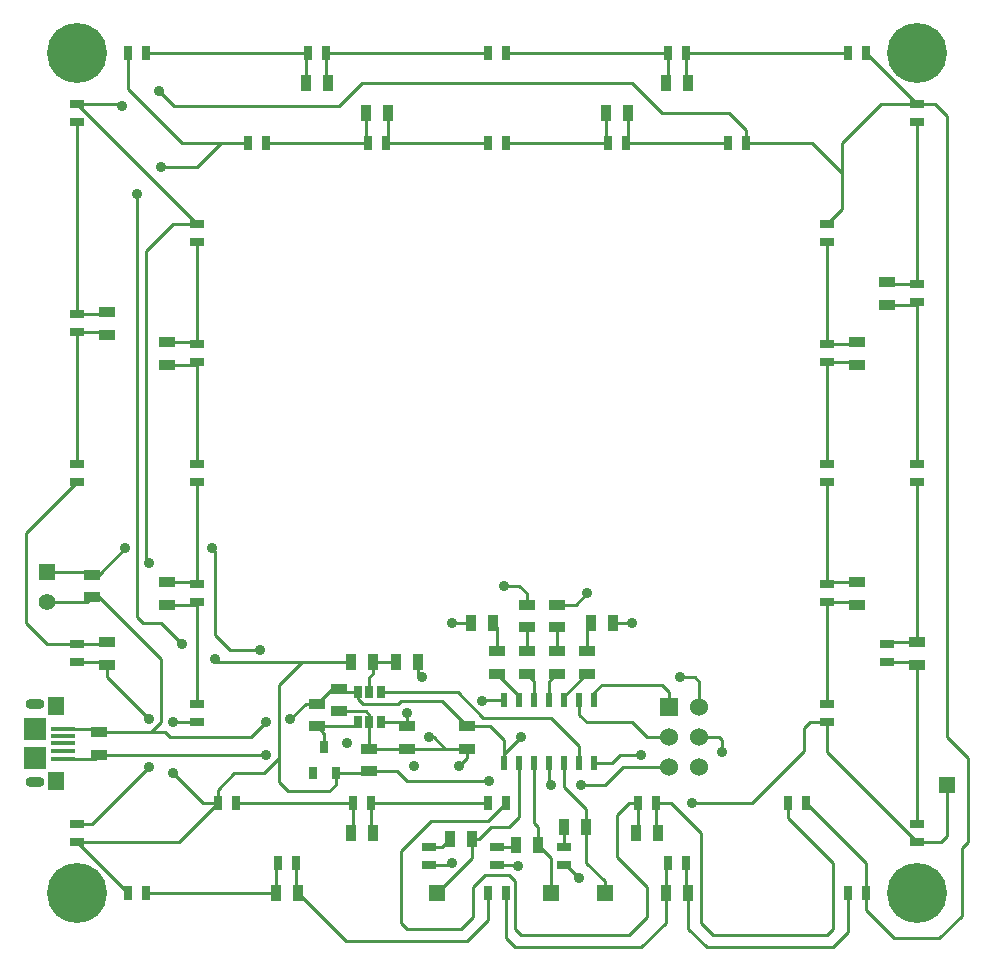
<source format=gtl>
G04 (created by PCBNEW (2013-07-07 BZR 4022)-stable) date 10/4/2015 12:30:07 PM*
%MOIN*%
G04 Gerber Fmt 3.4, Leading zero omitted, Abs format*
%FSLAX34Y34*%
G01*
G70*
G90*
G04 APERTURE LIST*
%ADD10C,0.00590551*%
%ADD11R,0.0787402X0.015748*%
%ADD12R,0.0551181X0.0629921*%
%ADD13R,0.0748031X0.0748031*%
%ADD14O,0.0629921X0.0354331*%
%ADD15R,0.0276X0.0394*%
%ADD16R,0.0315X0.0394*%
%ADD17R,0.055X0.035*%
%ADD18R,0.035X0.055*%
%ADD19R,0.045X0.025*%
%ADD20R,0.025X0.045*%
%ADD21R,0.06X0.06*%
%ADD22C,0.06*%
%ADD23R,0.055X0.055*%
%ADD24C,0.055*%
%ADD25R,0.02X0.045*%
%ADD26C,0.2*%
%ADD27C,0.035*%
%ADD28C,0.01*%
G04 APERTURE END LIST*
G54D10*
G54D11*
X63525Y-79000D03*
X63525Y-79255D03*
X63525Y-79511D03*
X63525Y-78744D03*
X63525Y-78507D03*
G54D12*
X63308Y-80259D03*
X63288Y-77740D03*
G54D13*
X62600Y-79472D03*
X62600Y-78527D03*
G54D14*
X62600Y-80299D03*
X62600Y-77700D03*
G54D15*
X73375Y-77300D03*
X73750Y-77300D03*
X74125Y-77300D03*
X74125Y-78300D03*
X73750Y-78300D03*
X73375Y-78300D03*
G54D16*
X72250Y-79117D03*
X72625Y-79983D03*
X71875Y-79983D03*
G54D17*
X73750Y-79925D03*
X73750Y-79175D03*
G54D18*
X83625Y-84000D03*
X84375Y-84000D03*
X70625Y-84000D03*
X71375Y-84000D03*
G54D17*
X67000Y-74375D03*
X67000Y-73625D03*
X67000Y-66375D03*
X67000Y-65625D03*
X72000Y-77675D03*
X72000Y-78425D03*
X72750Y-77175D03*
X72750Y-77925D03*
X91000Y-64375D03*
X91000Y-63625D03*
X92000Y-76375D03*
X92000Y-75625D03*
X75000Y-78425D03*
X75000Y-79175D03*
G54D18*
X73125Y-76300D03*
X73875Y-76300D03*
X74625Y-76300D03*
X75375Y-76300D03*
G54D17*
X90000Y-66375D03*
X90000Y-65625D03*
X90000Y-74375D03*
X90000Y-73625D03*
X78000Y-76675D03*
X78000Y-75925D03*
X64500Y-74125D03*
X64500Y-73375D03*
G54D19*
X68000Y-66300D03*
X68000Y-65700D03*
X89000Y-70300D03*
X89000Y-69700D03*
X68000Y-62300D03*
X68000Y-61700D03*
X89000Y-74300D03*
X89000Y-73700D03*
X89000Y-78300D03*
X89000Y-77700D03*
X68000Y-70300D03*
X68000Y-69700D03*
X68000Y-74300D03*
X68000Y-73700D03*
X68000Y-78300D03*
X68000Y-77700D03*
G54D20*
X89700Y-84000D03*
X90300Y-84000D03*
X83700Y-83000D03*
X84300Y-83000D03*
X77700Y-84000D03*
X78300Y-84000D03*
X70700Y-83000D03*
X71300Y-83000D03*
X65700Y-84000D03*
X66300Y-84000D03*
G54D19*
X92000Y-58300D03*
X92000Y-57700D03*
X92000Y-64300D03*
X92000Y-63700D03*
X92000Y-70300D03*
X92000Y-69700D03*
X91000Y-76300D03*
X91000Y-75700D03*
X92000Y-82300D03*
X92000Y-81700D03*
X89000Y-62300D03*
X89000Y-61700D03*
X89000Y-66300D03*
X89000Y-65700D03*
G54D21*
X83750Y-77800D03*
G54D22*
X84750Y-77800D03*
X83750Y-78800D03*
X84750Y-78800D03*
X83750Y-79800D03*
X84750Y-79800D03*
G54D18*
X80975Y-81800D03*
X80225Y-81800D03*
X79375Y-82400D03*
X78625Y-82400D03*
X77175Y-82200D03*
X76425Y-82200D03*
G54D19*
X80250Y-82450D03*
X80250Y-83050D03*
X78000Y-82450D03*
X78000Y-83050D03*
X75750Y-82450D03*
X75750Y-83050D03*
G54D18*
X81625Y-58000D03*
X82375Y-58000D03*
X73625Y-58000D03*
X74375Y-58000D03*
X71625Y-57000D03*
X72375Y-57000D03*
X83625Y-57000D03*
X84375Y-57000D03*
X82625Y-82000D03*
X83375Y-82000D03*
X73125Y-82000D03*
X73875Y-82000D03*
G54D17*
X65000Y-76375D03*
X65000Y-75625D03*
X65000Y-65375D03*
X65000Y-64625D03*
G54D20*
X68700Y-81000D03*
X69300Y-81000D03*
X85700Y-59000D03*
X86300Y-59000D03*
X81700Y-59000D03*
X82300Y-59000D03*
X77700Y-59000D03*
X78300Y-59000D03*
X73700Y-59000D03*
X74300Y-59000D03*
X69700Y-59000D03*
X70300Y-59000D03*
X87700Y-81000D03*
X88300Y-81000D03*
X82700Y-81000D03*
X83300Y-81000D03*
X77700Y-81000D03*
X78300Y-81000D03*
X73200Y-81000D03*
X73800Y-81000D03*
X65700Y-56000D03*
X66300Y-56000D03*
G54D19*
X64000Y-58300D03*
X64000Y-57700D03*
X64000Y-65300D03*
X64000Y-64700D03*
X64000Y-70300D03*
X64000Y-69700D03*
X64000Y-76300D03*
X64000Y-75700D03*
X64000Y-82300D03*
X64000Y-81700D03*
G54D20*
X89700Y-56000D03*
X90300Y-56000D03*
X83700Y-56000D03*
X84300Y-56000D03*
X77700Y-56000D03*
X78300Y-56000D03*
X71700Y-56000D03*
X72300Y-56000D03*
G54D17*
X79000Y-76675D03*
X79000Y-75925D03*
X80000Y-76675D03*
X80000Y-75925D03*
X81000Y-76675D03*
X81000Y-75925D03*
G54D18*
X77875Y-75000D03*
X77125Y-75000D03*
G54D17*
X79000Y-75125D03*
X79000Y-74375D03*
X80000Y-75125D03*
X80000Y-74375D03*
G54D18*
X81125Y-75000D03*
X81875Y-75000D03*
G54D17*
X77000Y-78425D03*
X77000Y-79175D03*
G54D23*
X63000Y-73300D03*
G54D24*
X63000Y-74300D03*
G54D23*
X76000Y-84000D03*
X79800Y-84000D03*
X81600Y-84000D03*
X93000Y-80400D03*
G54D25*
X78250Y-79650D03*
X78750Y-79650D03*
X79250Y-79650D03*
X79750Y-79650D03*
X80250Y-79650D03*
X80750Y-79650D03*
X81250Y-79650D03*
X81250Y-77550D03*
X80750Y-77550D03*
X80250Y-77550D03*
X79750Y-77550D03*
X79250Y-77550D03*
X78750Y-77550D03*
X78250Y-77550D03*
G54D17*
X64750Y-78625D03*
X64750Y-79375D03*
G54D26*
X64000Y-56000D03*
X92000Y-56000D03*
X92000Y-84000D03*
X64000Y-84000D03*
G54D27*
X73000Y-79000D03*
X75250Y-79750D03*
X84500Y-81000D03*
X77750Y-80250D03*
X68600Y-76200D03*
X67500Y-75700D03*
X66000Y-60700D03*
X66800Y-59800D03*
X67200Y-80000D03*
X67200Y-78300D03*
X66750Y-57250D03*
X65500Y-57750D03*
X75000Y-78000D03*
X66400Y-73000D03*
X82800Y-79400D03*
X85500Y-79300D03*
X79800Y-80400D03*
X80800Y-80400D03*
X76500Y-75000D03*
X78250Y-73750D03*
X81000Y-74000D03*
X82500Y-75000D03*
X78700Y-83100D03*
X70100Y-75900D03*
X68500Y-72500D03*
X65600Y-72500D03*
X70300Y-79400D03*
X80750Y-83500D03*
X76500Y-83000D03*
X76750Y-79750D03*
X77500Y-77600D03*
X75500Y-76800D03*
X75750Y-78800D03*
X66400Y-79800D03*
X66400Y-78200D03*
X78800Y-78800D03*
X84100Y-76800D03*
X70300Y-78300D03*
X71100Y-78200D03*
G54D28*
X89000Y-78300D02*
X88450Y-78300D01*
X88250Y-78500D02*
X88450Y-78300D01*
X88250Y-79250D02*
X88250Y-78500D01*
X86500Y-81000D02*
X88250Y-79250D01*
X84500Y-81000D02*
X86500Y-81000D01*
X75000Y-80250D02*
X77750Y-80250D01*
X74675Y-79925D02*
X75000Y-80250D01*
X74675Y-79925D02*
X73750Y-79925D01*
X93000Y-80400D02*
X93000Y-82100D01*
X93000Y-82100D02*
X92800Y-82300D01*
X92800Y-82300D02*
X92000Y-82300D01*
X71500Y-76300D02*
X68700Y-76300D01*
X68700Y-76300D02*
X68600Y-76200D01*
X67500Y-75700D02*
X66800Y-75000D01*
X66800Y-75000D02*
X66200Y-75000D01*
X66200Y-75000D02*
X66000Y-74800D01*
X66000Y-74800D02*
X66000Y-60700D01*
X66800Y-59800D02*
X68000Y-59800D01*
X68000Y-59800D02*
X68800Y-59000D01*
X68800Y-59000D02*
X68700Y-59000D01*
X68700Y-81000D02*
X68200Y-81000D01*
X68200Y-81000D02*
X67200Y-80000D01*
X67200Y-78300D02*
X68000Y-78300D01*
X68700Y-81000D02*
X68700Y-80550D01*
X68700Y-80550D02*
X69250Y-80000D01*
X69250Y-80000D02*
X70250Y-80000D01*
X70250Y-80000D02*
X70750Y-79500D01*
X70750Y-77300D02*
X70750Y-77050D01*
X71500Y-76300D02*
X73125Y-76300D01*
X70750Y-77050D02*
X71500Y-76300D01*
X72625Y-79983D02*
X72625Y-80375D01*
X71050Y-80600D02*
X70750Y-80300D01*
X72400Y-80600D02*
X71050Y-80600D01*
X72625Y-80375D02*
X72400Y-80600D01*
X70750Y-80300D02*
X70750Y-79500D01*
X70750Y-79500D02*
X70750Y-77300D01*
X72625Y-79983D02*
X73692Y-79983D01*
X73692Y-79983D02*
X73750Y-79925D01*
X89000Y-78300D02*
X89000Y-79300D01*
X89000Y-79300D02*
X92000Y-82300D01*
X65700Y-56000D02*
X65700Y-57200D01*
X67500Y-59000D02*
X68700Y-59000D01*
X68700Y-59000D02*
X69700Y-59000D01*
X65700Y-57200D02*
X67500Y-59000D01*
X64000Y-82300D02*
X67400Y-82300D01*
X67400Y-82300D02*
X68700Y-81000D01*
X65700Y-84000D02*
X64000Y-82300D01*
X90300Y-84000D02*
X90300Y-84550D01*
X93500Y-84750D02*
X93500Y-82500D01*
X92750Y-85500D02*
X93500Y-84750D01*
X91250Y-85500D02*
X92750Y-85500D01*
X90300Y-84550D02*
X91250Y-85500D01*
X90300Y-56000D02*
X92000Y-57700D01*
X86300Y-59000D02*
X88500Y-59000D01*
X88500Y-59000D02*
X89500Y-60000D01*
X64000Y-57700D02*
X65450Y-57700D01*
X86300Y-58550D02*
X86300Y-59000D01*
X85750Y-58000D02*
X86300Y-58550D01*
X83500Y-58000D02*
X85750Y-58000D01*
X82500Y-57000D02*
X83500Y-58000D01*
X73500Y-57000D02*
X82500Y-57000D01*
X72750Y-57750D02*
X73500Y-57000D01*
X67250Y-57750D02*
X72750Y-57750D01*
X66750Y-57250D02*
X67250Y-57750D01*
X65450Y-57700D02*
X65500Y-57750D01*
X92000Y-57700D02*
X92600Y-57700D01*
X92600Y-57700D02*
X93000Y-58100D01*
X93000Y-58100D02*
X93000Y-78800D01*
X93000Y-78800D02*
X93700Y-79500D01*
X93700Y-79500D02*
X93700Y-82300D01*
X93700Y-82300D02*
X93500Y-82500D01*
X75000Y-78425D02*
X75000Y-78000D01*
X66400Y-73000D02*
X66300Y-72900D01*
X66300Y-72900D02*
X66300Y-62600D01*
X66300Y-62600D02*
X67200Y-61700D01*
X67200Y-61700D02*
X68000Y-61700D01*
X92000Y-57700D02*
X90800Y-57700D01*
X90800Y-57700D02*
X89500Y-59000D01*
X89500Y-59000D02*
X89500Y-60000D01*
X89500Y-61200D02*
X89000Y-61700D01*
X89500Y-60000D02*
X89500Y-61200D01*
X64000Y-57700D02*
X68000Y-61700D01*
X74125Y-78300D02*
X74875Y-78300D01*
X74875Y-78300D02*
X75000Y-78425D01*
X90300Y-84000D02*
X90300Y-83000D01*
X90300Y-83000D02*
X88300Y-81000D01*
X81250Y-77550D02*
X81250Y-77300D01*
X83750Y-77300D02*
X83750Y-77800D01*
X83500Y-77050D02*
X83750Y-77300D01*
X81500Y-77050D02*
X83500Y-77050D01*
X81250Y-77300D02*
X81500Y-77050D01*
X81250Y-79650D02*
X81850Y-79650D01*
X81850Y-79650D02*
X82100Y-79400D01*
X82100Y-79400D02*
X82800Y-79400D01*
X85500Y-79300D02*
X85500Y-78900D01*
X85500Y-78900D02*
X85400Y-78800D01*
X85400Y-78800D02*
X84750Y-78800D01*
X83750Y-79800D02*
X82200Y-79800D01*
X79750Y-80350D02*
X79750Y-79650D01*
X79800Y-80400D02*
X79750Y-80350D01*
X81600Y-80400D02*
X80800Y-80400D01*
X82200Y-79800D02*
X81600Y-80400D01*
X80750Y-77550D02*
X80750Y-78050D01*
X83000Y-78800D02*
X83750Y-78800D01*
X82500Y-78300D02*
X83000Y-78800D01*
X81000Y-78300D02*
X82500Y-78300D01*
X80750Y-78050D02*
X81000Y-78300D01*
X77125Y-75000D02*
X76500Y-75000D01*
X79000Y-74375D02*
X79000Y-74000D01*
X78750Y-73750D02*
X78250Y-73750D01*
X79000Y-74000D02*
X78750Y-73750D01*
X80625Y-74375D02*
X81000Y-74000D01*
X80000Y-74375D02*
X80625Y-74375D01*
X81875Y-75000D02*
X82500Y-75000D01*
X78000Y-83050D02*
X78650Y-83050D01*
X78650Y-83050D02*
X78700Y-83100D01*
X64500Y-73375D02*
X64725Y-73375D01*
X69100Y-75900D02*
X70100Y-75900D01*
X68600Y-75400D02*
X69100Y-75900D01*
X68600Y-72600D02*
X68600Y-75400D01*
X68500Y-72500D02*
X68600Y-72600D01*
X64725Y-73375D02*
X65600Y-72500D01*
X63000Y-73300D02*
X64425Y-73300D01*
X64425Y-73300D02*
X64500Y-73375D01*
X64750Y-79375D02*
X70275Y-79375D01*
X70275Y-79375D02*
X70300Y-79400D01*
X63525Y-79511D02*
X64613Y-79511D01*
X64613Y-79511D02*
X64750Y-79375D01*
X80250Y-83050D02*
X80300Y-83050D01*
X80300Y-83050D02*
X80750Y-83500D01*
X75750Y-83050D02*
X76450Y-83050D01*
X76450Y-83050D02*
X76500Y-83000D01*
X77000Y-79175D02*
X77000Y-79500D01*
X77000Y-79500D02*
X76750Y-79750D01*
X78250Y-77550D02*
X77550Y-77550D01*
X77550Y-77550D02*
X77500Y-77600D01*
X75750Y-78800D02*
X75900Y-78800D01*
X75375Y-76675D02*
X75500Y-76800D01*
X75375Y-76300D02*
X75375Y-76675D01*
X75900Y-78800D02*
X76275Y-79175D01*
X75000Y-79175D02*
X76275Y-79175D01*
X76275Y-79175D02*
X77000Y-79175D01*
X73750Y-79175D02*
X75000Y-79175D01*
X73750Y-78300D02*
X73750Y-78050D01*
X73625Y-77925D02*
X72750Y-77925D01*
X73750Y-78050D02*
X73625Y-77925D01*
X73750Y-78300D02*
X73750Y-79175D01*
X66300Y-56000D02*
X71700Y-56000D01*
X71625Y-57000D02*
X71625Y-56075D01*
X71625Y-56075D02*
X71700Y-56000D01*
X73200Y-81000D02*
X73200Y-81925D01*
X73200Y-81925D02*
X73125Y-82000D01*
X73200Y-81000D02*
X69300Y-81000D01*
X73800Y-81000D02*
X73800Y-81925D01*
X73800Y-81925D02*
X73875Y-82000D01*
X77700Y-81000D02*
X73800Y-81000D01*
X64000Y-75700D02*
X63000Y-75700D01*
X63000Y-75700D02*
X62300Y-75000D01*
X62300Y-75000D02*
X62300Y-72000D01*
X62300Y-72000D02*
X64000Y-70300D01*
X64000Y-75700D02*
X64925Y-75700D01*
X64925Y-75700D02*
X65000Y-75625D01*
X64000Y-81700D02*
X64500Y-81700D01*
X64500Y-81700D02*
X66400Y-79800D01*
X66400Y-78200D02*
X65000Y-76800D01*
X65000Y-76800D02*
X65000Y-76375D01*
X64000Y-76300D02*
X64925Y-76300D01*
X64925Y-76300D02*
X65000Y-76375D01*
X64000Y-64700D02*
X64000Y-58300D01*
X64000Y-64700D02*
X64925Y-64700D01*
X64925Y-64700D02*
X65000Y-64625D01*
X64000Y-65300D02*
X64925Y-65300D01*
X64925Y-65300D02*
X65000Y-65375D01*
X64000Y-69700D02*
X64000Y-65300D01*
X75750Y-82450D02*
X76175Y-82450D01*
X76175Y-82450D02*
X76425Y-82200D01*
X80250Y-82450D02*
X80250Y-81825D01*
X80250Y-81825D02*
X80225Y-81800D01*
X78000Y-82450D02*
X78575Y-82450D01*
X78575Y-82450D02*
X78625Y-82400D01*
X83700Y-56000D02*
X83700Y-56925D01*
X83700Y-56925D02*
X83625Y-57000D01*
X78300Y-56000D02*
X83700Y-56000D01*
X77175Y-82200D02*
X77175Y-82825D01*
X77175Y-82825D02*
X76000Y-84000D01*
X77175Y-82200D02*
X77400Y-82200D01*
X78750Y-81450D02*
X78750Y-79650D01*
X78400Y-81800D02*
X78750Y-81450D01*
X77800Y-81800D02*
X78400Y-81800D01*
X77400Y-82200D02*
X77800Y-81800D01*
X79800Y-84000D02*
X79800Y-82825D01*
X79800Y-82825D02*
X79375Y-82400D01*
X79375Y-82400D02*
X79375Y-81775D01*
X79250Y-81650D02*
X79250Y-79650D01*
X79375Y-81775D02*
X79250Y-81650D01*
X81600Y-84000D02*
X81600Y-83600D01*
X80975Y-82975D02*
X80975Y-81800D01*
X81600Y-83600D02*
X80975Y-82975D01*
X80975Y-81800D02*
X80975Y-81175D01*
X80250Y-80450D02*
X80250Y-79650D01*
X80975Y-81175D02*
X80250Y-80450D01*
X82375Y-58000D02*
X82375Y-58925D01*
X82375Y-58925D02*
X82300Y-59000D01*
X82300Y-59000D02*
X85700Y-59000D01*
X84300Y-56000D02*
X89700Y-56000D01*
X84300Y-56000D02*
X84300Y-56925D01*
X84300Y-56925D02*
X84375Y-57000D01*
X78000Y-75925D02*
X78000Y-75125D01*
X78000Y-75125D02*
X77875Y-75000D01*
X79000Y-75125D02*
X79000Y-75925D01*
X80000Y-75125D02*
X80000Y-75925D01*
X81000Y-75925D02*
X81000Y-75125D01*
X81000Y-75125D02*
X81125Y-75000D01*
X80250Y-77550D02*
X80250Y-77425D01*
X80250Y-77425D02*
X81000Y-76675D01*
X79750Y-77550D02*
X79750Y-76925D01*
X79750Y-76925D02*
X80000Y-76675D01*
X72300Y-56000D02*
X77700Y-56000D01*
X72300Y-56000D02*
X72300Y-56925D01*
X72300Y-56925D02*
X72375Y-57000D01*
X79250Y-77550D02*
X79250Y-76925D01*
X79250Y-76925D02*
X79000Y-76675D01*
X73875Y-76300D02*
X73875Y-76675D01*
X73750Y-76800D02*
X73750Y-77300D01*
X73875Y-76675D02*
X73750Y-76800D01*
X73875Y-76300D02*
X74625Y-76300D01*
X67000Y-66375D02*
X67925Y-66375D01*
X67925Y-66375D02*
X68000Y-66300D01*
X68000Y-66300D02*
X68000Y-69700D01*
X67000Y-74375D02*
X67925Y-74375D01*
X67925Y-74375D02*
X68000Y-74300D01*
X68000Y-74300D02*
X68000Y-77700D01*
X67000Y-73625D02*
X67925Y-73625D01*
X67925Y-73625D02*
X68000Y-73700D01*
X68000Y-70300D02*
X68000Y-73700D01*
X67000Y-65625D02*
X67925Y-65625D01*
X67925Y-65625D02*
X68000Y-65700D01*
X68000Y-62300D02*
X68000Y-65700D01*
X74125Y-77300D02*
X76700Y-77300D01*
X80750Y-79100D02*
X80750Y-79650D01*
X79800Y-78150D02*
X80750Y-79100D01*
X77550Y-78150D02*
X79800Y-78150D01*
X76700Y-77300D02*
X77550Y-78150D01*
X73625Y-58000D02*
X73625Y-58925D01*
X73625Y-58925D02*
X73700Y-59000D01*
X70300Y-59000D02*
X73700Y-59000D01*
X78750Y-77550D02*
X78750Y-77425D01*
X78750Y-77425D02*
X78000Y-76675D01*
X89000Y-74300D02*
X89925Y-74300D01*
X89925Y-74300D02*
X90000Y-74375D01*
X89000Y-74300D02*
X89000Y-77700D01*
X74375Y-58000D02*
X74375Y-58925D01*
X74375Y-58925D02*
X74300Y-59000D01*
X74300Y-59000D02*
X77700Y-59000D01*
X90000Y-73625D02*
X89075Y-73625D01*
X89075Y-73625D02*
X89000Y-73700D01*
X89000Y-70300D02*
X89000Y-73700D01*
X70625Y-84000D02*
X70625Y-83075D01*
X70625Y-83075D02*
X70700Y-83000D01*
X66300Y-84000D02*
X70625Y-84000D01*
X77700Y-84000D02*
X77700Y-84900D01*
X72975Y-85600D02*
X71375Y-84000D01*
X77000Y-85600D02*
X72975Y-85600D01*
X77700Y-84900D02*
X77000Y-85600D01*
X71300Y-83000D02*
X71300Y-83925D01*
X71300Y-83925D02*
X71375Y-84000D01*
X83625Y-84000D02*
X83625Y-84975D01*
X78300Y-85500D02*
X78300Y-84000D01*
X78600Y-85800D02*
X78300Y-85500D01*
X82800Y-85800D02*
X78600Y-85800D01*
X83625Y-84975D02*
X82800Y-85800D01*
X83625Y-84000D02*
X83625Y-83075D01*
X83625Y-83075D02*
X83700Y-83000D01*
X89700Y-84000D02*
X89700Y-85300D01*
X84375Y-85175D02*
X84375Y-84000D01*
X85000Y-85800D02*
X84375Y-85175D01*
X89200Y-85800D02*
X85000Y-85800D01*
X89700Y-85300D02*
X89200Y-85800D01*
X84300Y-83000D02*
X84300Y-83925D01*
X84300Y-83925D02*
X84375Y-84000D01*
X89000Y-65700D02*
X89925Y-65700D01*
X89925Y-65700D02*
X90000Y-65625D01*
X89000Y-62300D02*
X89000Y-65700D01*
X72250Y-79117D02*
X72250Y-78675D01*
X72250Y-78675D02*
X72000Y-78425D01*
X72000Y-78425D02*
X73250Y-78425D01*
X73250Y-78425D02*
X73375Y-78300D01*
X89000Y-66300D02*
X89925Y-66300D01*
X89925Y-66300D02*
X90000Y-66375D01*
X89000Y-66300D02*
X89000Y-69700D01*
X81625Y-58000D02*
X81625Y-58925D01*
X81625Y-58925D02*
X81700Y-59000D01*
X78300Y-59000D02*
X81700Y-59000D01*
X92000Y-75625D02*
X91075Y-75625D01*
X91075Y-75625D02*
X91000Y-75700D01*
X92000Y-70300D02*
X92000Y-75625D01*
X92000Y-76375D02*
X92000Y-81700D01*
X91000Y-76300D02*
X91925Y-76300D01*
X91925Y-76300D02*
X92000Y-76375D01*
X92000Y-63700D02*
X92000Y-58300D01*
X92000Y-63700D02*
X91075Y-63700D01*
X91075Y-63700D02*
X91000Y-63625D01*
X92000Y-69700D02*
X92000Y-64300D01*
X91000Y-64375D02*
X91925Y-64375D01*
X91925Y-64375D02*
X92000Y-64300D01*
X77200Y-83800D02*
X77200Y-84800D01*
X74800Y-84600D02*
X74800Y-82600D01*
X74800Y-82600D02*
X75800Y-81600D01*
X75800Y-81600D02*
X77700Y-81600D01*
X78300Y-81000D02*
X77700Y-81600D01*
X78600Y-83600D02*
X78400Y-83400D01*
X78400Y-83400D02*
X77600Y-83400D01*
X77600Y-83400D02*
X77200Y-83800D01*
X83000Y-84600D02*
X83000Y-84800D01*
X82400Y-81000D02*
X82000Y-81400D01*
X82000Y-81400D02*
X82000Y-82800D01*
X82000Y-82800D02*
X83000Y-83800D01*
X83000Y-83800D02*
X83000Y-84600D01*
X82400Y-81000D02*
X82700Y-81000D01*
X78600Y-85200D02*
X78600Y-84800D01*
X78800Y-85400D02*
X78600Y-85200D01*
X82400Y-85400D02*
X78800Y-85400D01*
X83000Y-84800D02*
X82400Y-85400D01*
X78600Y-84800D02*
X78600Y-83600D01*
X74800Y-85000D02*
X74800Y-84600D01*
X75000Y-85200D02*
X74800Y-85000D01*
X76800Y-85200D02*
X75000Y-85200D01*
X77200Y-84800D02*
X76800Y-85200D01*
X82700Y-81000D02*
X82700Y-81925D01*
X82700Y-81925D02*
X82625Y-82000D01*
X83300Y-81000D02*
X83300Y-81925D01*
X83300Y-81925D02*
X83375Y-82000D01*
X87700Y-81000D02*
X87700Y-81500D01*
X83800Y-81000D02*
X83300Y-81000D01*
X84800Y-82000D02*
X83800Y-81000D01*
X84800Y-85000D02*
X84800Y-82000D01*
X85200Y-85400D02*
X84800Y-85000D01*
X89000Y-85400D02*
X85200Y-85400D01*
X89200Y-85200D02*
X89000Y-85400D01*
X89200Y-83000D02*
X89200Y-85200D01*
X87700Y-81500D02*
X89200Y-83000D01*
X78250Y-79650D02*
X78250Y-79350D01*
X78250Y-79350D02*
X78800Y-78800D01*
X84100Y-76800D02*
X84600Y-76800D01*
X84600Y-76800D02*
X84750Y-76950D01*
X84750Y-76950D02*
X84750Y-77800D01*
X73550Y-77700D02*
X74700Y-77700D01*
X74700Y-77700D02*
X74800Y-77600D01*
X74800Y-77600D02*
X76175Y-77600D01*
X76175Y-77600D02*
X76275Y-77700D01*
X66400Y-78625D02*
X66925Y-78625D01*
X66925Y-78625D02*
X67100Y-78800D01*
X67100Y-78800D02*
X69800Y-78800D01*
X69800Y-78800D02*
X70300Y-78300D01*
X71100Y-78200D02*
X71625Y-77675D01*
X71625Y-77675D02*
X72000Y-77675D01*
X64750Y-78625D02*
X66400Y-78625D01*
X66400Y-78625D02*
X66475Y-78625D01*
X66475Y-78625D02*
X66800Y-78300D01*
X66800Y-78300D02*
X66800Y-78000D01*
X64500Y-74125D02*
X64725Y-74125D01*
X64725Y-74125D02*
X66800Y-76200D01*
X66800Y-76200D02*
X66800Y-78000D01*
X63000Y-74300D02*
X64325Y-74300D01*
X64325Y-74300D02*
X64500Y-74125D01*
X63525Y-78507D02*
X64632Y-78507D01*
X64632Y-78507D02*
X64750Y-78625D01*
X77000Y-78425D02*
X77775Y-78425D01*
X78250Y-78900D02*
X78250Y-79650D01*
X77775Y-78425D02*
X78250Y-78900D01*
X73375Y-77300D02*
X73375Y-77525D01*
X76275Y-77700D02*
X77000Y-78425D01*
X73375Y-77525D02*
X73550Y-77700D01*
X72750Y-77175D02*
X72500Y-77175D01*
X72500Y-77175D02*
X72000Y-77675D01*
X73375Y-77300D02*
X72875Y-77300D01*
X72875Y-77300D02*
X72750Y-77175D01*
M02*

</source>
